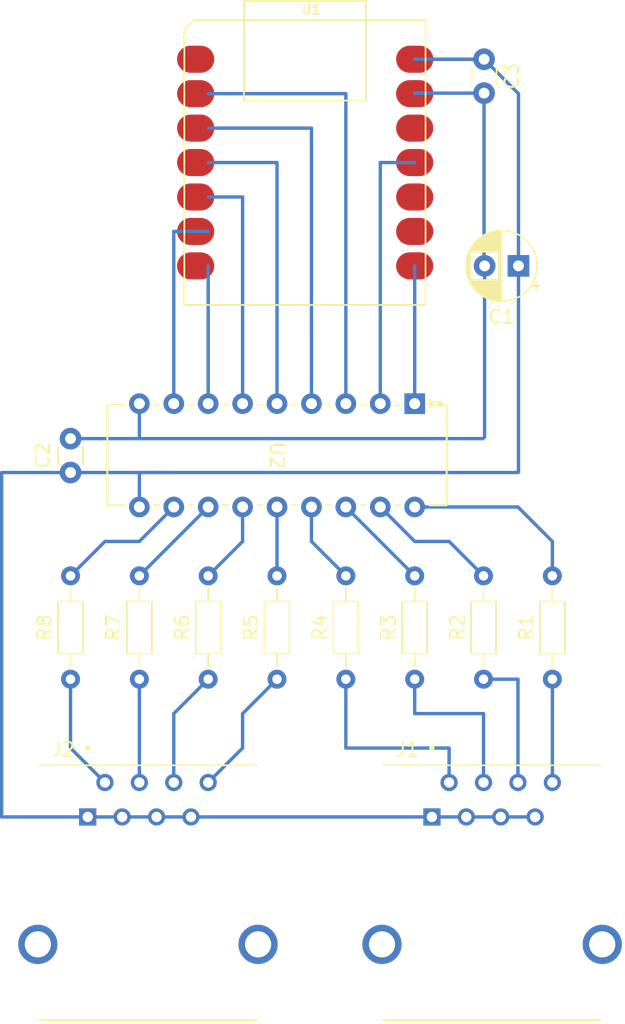
<source format=kicad_pcb>
(kicad_pcb (version 20221018) (generator pcbnew)
  (layers (0 "F.Cu" signal) (31 "B.Cu" signal) (44 "Edge.Cuts" user))
  (net 0 "")
  (net 1 "+5V")
  (net 2 "GND")
  (net 3 "Net-(U2-O4)")
  (net 4 "Net-(J1-Pad2)")
  (net 5 "Net-(U2-O3)")
  (net 6 "Net-(J1-Pad4)")
  (net 7 "Net-(U2-O2)")
  (net 8 "Net-(J1-Pad6)")
  (net 9 "Net-(U2-O1)")
  (net 10 "Net-(J1-Pad8)")
  (net 11 "Net-(U2-O8)")
  (net 12 "Net-(J2-Pad2)")
  (net 13 "Net-(U2-O7)")
  (net 14 "Net-(J2-Pad4)")
  (net 15 "Net-(U2-O6)")
  (net 16 "Net-(J2-Pad6)")
  (net 17 "Net-(U2-O5)")
  (net 18 "Net-(J2-Pad8)")
  (net 19 "Net-(U1-PB08_A6_D6_TX)")
  (net 20 "Net-(U1-PA9_A5_D5_SCL)")
  (net 21 "Net-(U1-PA8_A4_D4_SDA)")
  (net 22 "Net-(U1-PA11_A3_D3)")
  (net 23 "Net-(U1-PA10_A2_D2)")
  (net 24 "Net-(U1-PA4_A1_D1)")
  (net 26 "Net-(U1-PB09_A7_D7_RX)")
  (net 29 "Net-(U1-PA6_A10_D10_MOSI)")
  (footprint "Resistor_THT:R_Axial_DIN0204_L3.6mm_D1.6mm_P7.62mm_Horizontal" (layer "F.Cu") (at 106.68 134.62 90)
    (fp_text reference "R2" (at 3.81 -1.92 90) (layer "F.SilkS"))
    (fp_text value "R")
    (fp_line (start 0.94 0) (end 1.89 0) (stroke (width 0.12)) (layer "F.SilkS"))
    (fp_line (start 1.89 -0.92) (end 1.89 0.92) (stroke (width 0.12)) (layer "F.SilkS"))
    (fp_line (start 1.89 0.92) (end 5.73 0.92) (stroke (width 0.12)) (layer "F.SilkS"))
    (fp_line (start 5.73 -0.92) (end 1.89 -0.92) (stroke (width 0.12)) (layer "F.SilkS"))
    (fp_line (start 5.73 0.92) (end 5.73 -0.92) (stroke (width 0.12)) (layer "F.SilkS"))
    (fp_line (start 6.68 0) (end 5.73 0) (stroke (width 0.12)) (layer "F.SilkS"))
    (pad "1" thru_hole circle (at 0 0 90) (size 1.4 1.4) (drill 0.7) (layers "*.Cu" "*.Mask") (net 8 "Net-(J1-Pad6)"))
    (pad "2" thru_hole oval (at 7.62 0 90) (size 1.4 1.4) (drill 0.7) (layers "*.Cu" "*.Mask") (net 7 "Net-(U2-O2)"))
  )
  (footprint "Capacitor_THT:C_Disc_D3.0mm_W1.6mm_P2.50mm" (layer "F.Cu") (at 76.2 119.38 90)
    (fp_text reference "C2" (at 1.25 -2.05 90) (layer "F.SilkS"))
    (fp_text value "C")
    (fp_line (start 0.621 -0.92) (end 1.879 -0.92) (stroke (width 0.12)) (layer "F.SilkS"))
    (fp_line (start 0.621 0.92) (end 1.879 0.92) (stroke (width 0.12)) (layer "F.SilkS"))
    (pad "1" thru_hole circle (at 0 0 90) (size 1.6 1.6) (drill 0.8) (layers "*.Cu" "*.Mask") (net 1 "+5V"))
    (pad "2" thru_hole circle (at 2.5 0 90) (size 1.6 1.6) (drill 0.8) (layers "*.Cu" "*.Mask") (net 2 "GND"))
  )
  (footprint "nvnlibs:TE_RJ45-8N3-B" (layer "F.Cu") (at 107.315 144.78)
    (fp_text reference "J1" (at -6.2596 -4.97867) (layer "F.SilkS") (effects (font (size 1.00074 1.00074))))
    (fp_text value "RJ45")
    (fp_line (start -8 14.99) (end 8 14.99) (stroke (width 0.127)) (layer "F.SilkS"))
    (fp_line (start 8 -3.81) (end -8 -3.81) (stroke (width 0.127)) (layer "F.SilkS"))
    (fp_circle (center -4.445 -5.08) (end -4.345 -5.08) (stroke (width 0.2)) (fill none) (layer "F.SilkS"))
    (pad "" np_thru_hole circle (at -5.715 6.35) (size 3.2512 3.2512) (drill 3.2512) (layers "*.Cu" "*.Mask"))
    (pad "" np_thru_hole circle (at 5.715 6.35) (size 3.2512 3.2512) (drill 3.2512) (layers "*.Cu" "*.Mask"))
    (pad "1" thru_hole rect (at -4.445 0) (size 1.27 1.27) (drill 0.762) (layers "*.Cu" "*.Mask") (net 1 "+5V"))
    (pad "2" thru_hole circle (at -3.175 -2.54) (size 1.27 1.27) (drill 0.762) (layers "*.Cu" "*.Mask") (net 4 "Net-(J1-Pad2)"))
    (pad "3" thru_hole circle (at -1.905 0) (size 1.27 1.27) (drill 0.762) (layers "*.Cu" "*.Mask") (net 1 "+5V"))
    (pad "4" thru_hole circle (at -0.635 -2.54) (size 1.27 1.27) (drill 0.762) (layers "*.Cu" "*.Mask") (net 6 "Net-(J1-Pad4)"))
    (pad "5" thru_hole circle (at 0.635 0) (size 1.27 1.27) (drill 0.762) (layers "*.Cu" "*.Mask") (net 1 "+5V"))
    (pad "6" thru_hole circle (at 1.905 -2.54) (size 1.268 1.268) (drill 0.76) (layers "*.Cu" "*.Mask") (net 8 "Net-(J1-Pad6)"))
    (pad "7" thru_hole circle (at 3.175 0) (size 1.27 1.27) (drill 0.762) (layers "*.Cu" "*.Mask") (net 1 "+5V"))
    (pad "8" thru_hole circle (at 4.445 -2.54) (size 1.27 1.27) (drill 0.762) (layers "*.Cu" "*.Mask") (net 10 "Net-(J1-Pad8)"))
    (pad "9" thru_hole circle (at -8.128 9.398) (size 2.8956 2.8956) (drill 1.9304) (layers "*.Cu" "*.Mask"))
    (pad "10" thru_hole circle (at 8.128 9.398) (size 2.8956 2.8956) (drill 1.9304) (layers "*.Cu" "*.Mask"))
  )
  (footprint "Resistor_THT:R_Axial_DIN0204_L3.6mm_D1.6mm_P7.62mm_Horizontal" (layer "F.Cu") (at 81.28 134.62 90)
    (fp_text reference "R7" (at 3.81 -1.92 90) (layer "F.SilkS"))
    (fp_text value "R")
    (fp_line (start 0.94 0) (end 1.89 0) (stroke (width 0.12)) (layer "F.SilkS"))
    (fp_line (start 1.89 -0.92) (end 1.89 0.92) (stroke (width 0.12)) (layer "F.SilkS"))
    (fp_line (start 1.89 0.92) (end 5.73 0.92) (stroke (width 0.12)) (layer "F.SilkS"))
    (fp_line (start 5.73 -0.92) (end 1.89 -0.92) (stroke (width 0.12)) (layer "F.SilkS"))
    (fp_line (start 5.73 0.92) (end 5.73 -0.92) (stroke (width 0.12)) (layer "F.SilkS"))
    (fp_line (start 6.68 0) (end 5.73 0) (stroke (width 0.12)) (layer "F.SilkS"))
    (pad "1" thru_hole circle (at 0 0 90) (size 1.4 1.4) (drill 0.7) (layers "*.Cu" "*.Mask") (net 14 "Net-(J2-Pad4)"))
    (pad "2" thru_hole oval (at 7.62 0 90) (size 1.4 1.4) (drill 0.7) (layers "*.Cu" "*.Mask") (net 13 "Net-(U2-O7)"))
  )
  (footprint "Resistor_THT:R_Axial_DIN0204_L3.6mm_D1.6mm_P7.62mm_Horizontal" (layer "F.Cu") (at 86.36 134.62 90)
    (fp_text reference "R6" (at 3.81 -1.92 90) (layer "F.SilkS"))
    (fp_text value "R")
    (fp_line (start 0.94 0) (end 1.89 0) (stroke (width 0.12)) (layer "F.SilkS"))
    (fp_line (start 1.89 -0.92) (end 1.89 0.92) (stroke (width 0.12)) (layer "F.SilkS"))
    (fp_line (start 1.89 0.92) (end 5.73 0.92) (stroke (width 0.12)) (layer "F.SilkS"))
    (fp_line (start 5.73 -0.92) (end 1.89 -0.92) (stroke (width 0.12)) (layer "F.SilkS"))
    (fp_line (start 5.73 0.92) (end 5.73 -0.92) (stroke (width 0.12)) (layer "F.SilkS"))
    (fp_line (start 6.68 0) (end 5.73 0) (stroke (width 0.12)) (layer "F.SilkS"))
    (pad "1" thru_hole circle (at 0 0 90) (size 1.4 1.4) (drill 0.7) (layers "*.Cu" "*.Mask") (net 16 "Net-(J2-Pad6)"))
    (pad "2" thru_hole oval (at 7.62 0 90) (size 1.4 1.4) (drill 0.7) (layers "*.Cu" "*.Mask") (net 15 "Net-(U2-O6)"))
  )
  (footprint "xiao:MOUDLE14P-SMD-2.54-21X17.8MM" (layer "F.Cu") (at 84.6 107.02)
    (fp_text reference "U1" (at 9.3345 -21.7805) (layer "F.SilkS") (effects (font (size 0.7 0.7))))
    (fp_text value "MOUDLE-SEEEDUINO-XIAO-ESP32C3")
    (fp_line (start 0 -20.3285) (end 0 0) (stroke (width 0.127)) (layer "F.SilkS"))
    (fp_line (start 0 0) (end 17.8 0) (stroke (width 0.127)) (layer "F.SilkS"))
    (fp_line (start 0.671541 -21) (end 0 -20.3285) (stroke (width 0.127)) (layer "F.SilkS"))
    (fp_line (start 4.396 -15.072) (end 4.396 -22.425) (stroke (width 0.127)) (layer "F.SilkS"))
    (fp_line (start 4.4 -22.424) (end 13.395 -22.424) (stroke (width 0.127)) (layer "F.SilkS"))
    (fp_line (start 13.395 -22.424) (end 13.395 -15.072) (stroke (width 0.127)) (layer "F.SilkS"))
    (fp_line (start 13.395 -15.072) (end 4.396 -15.072) (stroke (width 0.127)) (layer "F.SilkS"))
    (fp_line (start 17.8 -21) (end 0.671541 -21) (stroke (width 0.127)) (layer "F.SilkS"))
    (fp_line (start 17.8 0) (end 17.8 -21) (stroke (width 0.127)) (layer "F.SilkS"))
    (pad "1" smd roundrect (at 0.835 -18.12) (size 2.75 2) (layers "F.Cu" "F.Paste" "F.Mask") (roundrect_rratio 0.5))
    (pad "2" smd roundrect (at 0.835 -15.58) (size 2.75 2) (layers "F.Cu" "F.Paste" "F.Mask") (roundrect_rratio 0.5) (net 24 "Net-(U1-PA4_A1_D1)"))
    (pad "3" smd roundrect (at 0.835 -13.04) (size 2.75 2) (layers "F.Cu" "F.Paste" "F.Mask") (roundrect_rratio 0.5) (net 23 "Net-(U1-PA10_A2_D2)"))
    (pad "4" smd roundrect (at 0.835 -10.5) (size 2.75 2) (layers "F.Cu" "F.Paste" "F.Mask") (roundrect_rratio 0.5) (net 22 "Net-(U1-PA11_A3_D3)"))
    (pad "5" smd roundrect (at 0.835 -7.96) (size 2.75 2) (layers "F.Cu" "F.Paste" "F.Mask") (roundrect_rratio 0.5) (net 21 "Net-(U1-PA8_A4_D4_SDA)"))
    (pad "6" smd roundrect (at 0.835 -5.42) (size 2.75 2) (layers "F.Cu" "F.Paste" "F.Mask") (roundrect_rratio 0.5) (net 20 "Net-(U1-PA9_A5_D5_SCL)"))
    (pad "7" smd roundrect (at 0.835 -2.88) (size 2.75 2) (layers "F.Cu" "F.Paste" "F.Mask") (roundrect_rratio 0.5) (net 19 "Net-(U1-PB08_A6_D6_TX)"))
    (pad "8" smd roundrect (at 17 -2.88) (size 2.75 2) (layers "F.Cu" "F.Paste" "F.Mask") (roundrect_rratio 0.5) (net 26 "Net-(U1-PB09_A7_D7_RX)"))
    (pad "9" smd roundrect (at 17 -5.42) (size 2.75 2) (layers "F.Cu" "F.Paste" "F.Mask") (roundrect_rratio 0.5))
    (pad "10" smd roundrect (at 17 -7.96) (size 2.75 2) (layers "F.Cu" "F.Paste" "F.Mask") (roundrect_rratio 0.5))
    (pad "11" smd roundrect (at 17 -10.5) (size 2.75 2) (layers "F.Cu" "F.Paste" "F.Mask") (roundrect_rratio 0.5) (net 29 "Net-(U1-PA6_A10_D10_MOSI)"))
    (pad "12" smd roundrect (at 17 -13.04) (size 2.75 2) (layers "F.Cu" "F.Paste" "F.Mask") (roundrect_rratio 0.5))
    (pad "13" smd roundrect (at 17 -15.58) (size 2.75 2) (layers "F.Cu" "F.Paste" "F.Mask") (roundrect_rratio 0.5) (net 2 "GND"))
    (pad "14" smd roundrect (at 17 -18.12) (size 2.75 2) (layers "F.Cu" "F.Paste" "F.Mask") (roundrect_rratio 0.5) (net 1 "+5V"))
  )
  (footprint "nvnlibs:TE_RJ45-8N3-B" (layer "F.Cu") (at 81.915 144.78)
    (fp_text reference "J2" (at -6.2596 -4.97867) (layer "F.SilkS") (effects (font (size 1.00074 1.00074))))
    (fp_text value "RJ45")
    (fp_line (start -8 14.99) (end 8 14.99) (stroke (width 0.127)) (layer "F.SilkS"))
    (fp_line (start 8 -3.81) (end -8 -3.81) (stroke (width 0.127)) (layer "F.SilkS"))
    (fp_circle (center -4.445 -5.08) (end -4.345 -5.08) (stroke (width 0.2)) (fill none) (layer "F.SilkS"))
    (pad "" np_thru_hole circle (at -5.715 6.35) (size 3.2512 3.2512) (drill 3.2512) (layers "*.Cu" "*.Mask"))
    (pad "" np_thru_hole circle (at 5.715 6.35) (size 3.2512 3.2512) (drill 3.2512) (layers "*.Cu" "*.Mask"))
    (pad "1" thru_hole rect (at -4.445 0) (size 1.27 1.27) (drill 0.762) (layers "*.Cu" "*.Mask") (net 1 "+5V"))
    (pad "2" thru_hole circle (at -3.175 -2.54) (size 1.27 1.27) (drill 0.762) (layers "*.Cu" "*.Mask") (net 12 "Net-(J2-Pad2)"))
    (pad "3" thru_hole circle (at -1.905 0) (size 1.27 1.27) (drill 0.762) (layers "*.Cu" "*.Mask") (net 1 "+5V"))
    (pad "4" thru_hole circle (at -0.635 -2.54) (size 1.27 1.27) (drill 0.762) (layers "*.Cu" "*.Mask") (net 14 "Net-(J2-Pad4)"))
    (pad "5" thru_hole circle (at 0.635 0) (size 1.27 1.27) (drill 0.762) (layers "*.Cu" "*.Mask") (net 1 "+5V"))
    (pad "6" thru_hole circle (at 1.905 -2.54) (size 1.268 1.268) (drill 0.76) (layers "*.Cu" "*.Mask") (net 16 "Net-(J2-Pad6)"))
    (pad "7" thru_hole circle (at 3.175 0) (size 1.27 1.27) (drill 0.762) (layers "*.Cu" "*.Mask") (net 1 "+5V"))
    (pad "8" thru_hole circle (at 4.445 -2.54) (size 1.27 1.27) (drill 0.762) (layers "*.Cu" "*.Mask") (net 18 "Net-(J2-Pad8)"))
    (pad "9" thru_hole circle (at -8.128 9.398) (size 2.8956 2.8956) (drill 1.9304) (layers "*.Cu" "*.Mask"))
    (pad "10" thru_hole circle (at 8.128 9.398) (size 2.8956 2.8956) (drill 1.9304) (layers "*.Cu" "*.Mask"))
  )
  (footprint "Resistor_THT:R_Axial_DIN0204_L3.6mm_D1.6mm_P7.62mm_Horizontal" (layer "F.Cu") (at 111.76 134.62 90)
    (fp_text reference "R1" (at 3.81 -1.92 90) (layer "F.SilkS"))
    (fp_text value "R")
    (fp_line (start 0.94 0) (end 1.89 0) (stroke (width 0.12)) (layer "F.SilkS"))
    (fp_line (start 1.89 -0.92) (end 1.89 0.92) (stroke (width 0.12)) (layer "F.SilkS"))
    (fp_line (start 1.89 0.92) (end 5.73 0.92) (stroke (width 0.12)) (layer "F.SilkS"))
    (fp_line (start 5.73 -0.92) (end 1.89 -0.92) (stroke (width 0.12)) (layer "F.SilkS"))
    (fp_line (start 5.73 0.92) (end 5.73 -0.92) (stroke (width 0.12)) (layer "F.SilkS"))
    (fp_line (start 6.68 0) (end 5.73 0) (stroke (width 0.12)) (layer "F.SilkS"))
    (pad "1" thru_hole circle (at 0 0 90) (size 1.4 1.4) (drill 0.7) (layers "*.Cu" "*.Mask") (net 10 "Net-(J1-Pad8)"))
    (pad "2" thru_hole oval (at 7.62 0 90) (size 1.4 1.4) (drill 0.7) (layers "*.Cu" "*.Mask") (net 9 "Net-(U2-O1)"))
  )
  (footprint "Resistor_THT:R_Axial_DIN0204_L3.6mm_D1.6mm_P7.62mm_Horizontal" (layer "F.Cu") (at 101.6 134.62 90)
    (fp_text reference "R3" (at 3.81 -1.92 90) (layer "F.SilkS"))
    (fp_text value "R")
    (fp_line (start 0.94 0) (end 1.89 0) (stroke (width 0.12)) (layer "F.SilkS"))
    (fp_line (start 1.89 -0.92) (end 1.89 0.92) (stroke (width 0.12)) (layer "F.SilkS"))
    (fp_line (start 1.89 0.92) (end 5.73 0.92) (stroke (width 0.12)) (layer "F.SilkS"))
    (fp_line (start 5.73 -0.92) (end 1.89 -0.92) (stroke (width 0.12)) (layer "F.SilkS"))
    (fp_line (start 5.73 0.92) (end 5.73 -0.92) (stroke (width 0.12)) (layer "F.SilkS"))
    (fp_line (start 6.68 0) (end 5.73 0) (stroke (width 0.12)) (layer "F.SilkS"))
    (pad "1" thru_hole circle (at 0 0 90) (size 1.4 1.4) (drill 0.7) (layers "*.Cu" "*.Mask") (net 6 "Net-(J1-Pad4)"))
    (pad "2" thru_hole oval (at 7.62 0 90) (size 1.4 1.4) (drill 0.7) (layers "*.Cu" "*.Mask") (net 5 "Net-(U2-O3)"))
  )
  (footprint "Resistor_THT:R_Axial_DIN0204_L3.6mm_D1.6mm_P7.62mm_Horizontal" (layer "F.Cu") (at 96.52 134.62 90)
    (fp_text reference "R4" (at 3.81 -1.92 90) (layer "F.SilkS"))
    (fp_text value "R")
    (fp_line (start 0.94 0) (end 1.89 0) (stroke (width 0.12)) (layer "F.SilkS"))
    (fp_line (start 1.89 -0.92) (end 1.89 0.92) (stroke (width 0.12)) (layer "F.SilkS"))
    (fp_line (start 1.89 0.92) (end 5.73 0.92) (stroke (width 0.12)) (layer "F.SilkS"))
    (fp_line (start 5.73 -0.92) (end 1.89 -0.92) (stroke (width 0.12)) (layer "F.SilkS"))
    (fp_line (start 5.73 0.92) (end 5.73 -0.92) (stroke (width 0.12)) (layer "F.SilkS"))
    (fp_line (start 6.68 0) (end 5.73 0) (stroke (width 0.12)) (layer "F.SilkS"))
    (pad "1" thru_hole circle (at 0 0 90) (size 1.4 1.4) (drill 0.7) (layers "*.Cu" "*.Mask") (net 4 "Net-(J1-Pad2)"))
    (pad "2" thru_hole oval (at 7.62 0 90) (size 1.4 1.4) (drill 0.7) (layers "*.Cu" "*.Mask") (net 3 "Net-(U2-O4)"))
  )
  (footprint "nvnlibs:DIP-18_STM" (layer "F.Cu") (at 101.6 114.3 -90)
    (fp_text reference "U2" (at 3.81 10.16 -90 unlocked) (layer "F.SilkS"))
    (fp_text value "ULN2803A")
    (fp_text user "*" (at 0 -1.524 90) (layer "F.SilkS"))
    (fp_text user "*" (at 0 -1.524 -90 unlocked) (layer "F.SilkS"))
    (fp_line (start 0.127 -2.3622) (end 0.127 -1.09474) (stroke (width 0.1524)) (layer "F.SilkS"))
    (fp_line (start 0.127 1.09474) (end 0.127 1.452652) (stroke (width 0.1524)) (layer "F.SilkS"))
    (fp_line (start 0.127 3.627348) (end 0.127 3.992652) (stroke (width 0.1524)) (layer "F.SilkS"))
    (fp_line (start 0.127 6.167348) (end 0.127 6.532652) (stroke (width 0.1524)) (layer "F.SilkS"))
    (fp_line (start 0.127 8.707348) (end 0.127 9.072652) (stroke (width 0.1524)) (layer "F.SilkS"))
    (fp_line (start 0.127 11.247348) (end 0.127 11.612652) (stroke (width 0.1524)) (layer "F.SilkS"))
    (fp_line (start 0.127 13.787348) (end 0.127 14.152652) (stroke (width 0.1524)) (layer "F.SilkS"))
    (fp_line (start 0.127 16.327348) (end 0.127 16.692652) (stroke (width 0.1524)) (layer "F.SilkS"))
    (fp_line (start 0.127 18.867348) (end 0.127 19.232652) (stroke (width 0.1524)) (layer "F.SilkS"))
    (fp_line (start 0.127 21.407348) (end 0.127 22.6822) (stroke (width 0.1524)) (layer "F.SilkS"))
    (fp_line (start 0.127 22.6822) (end 7.493 22.6822) (stroke (width 0.1524)) (layer "F.SilkS"))
    (fp_line (start 7.493 -2.3622) (end 0.127 -2.3622) (stroke (width 0.1524)) (layer "F.SilkS"))
    (fp_line (start 7.493 -1.087348) (end 7.493 -2.3622) (stroke (width 0.1524)) (layer "F.SilkS"))
    (fp_line (start 7.493 1.452652) (end 7.493 1.087348) (stroke (width 0.1524)) (layer "F.SilkS"))
    (fp_line (start 7.493 3.992652) (end 7.493 3.627348) (stroke (width 0.1524)) (layer "F.SilkS"))
    (fp_line (start 7.493 6.532652) (end 7.493 6.167348) (stroke (width 0.1524)) (layer "F.SilkS"))
    (fp_line (start 7.493 9.072652) (end 7.493 8.707348) (stroke (width 0.1524)) (layer "F.SilkS"))
    (fp_line (start 7.493 11.612652) (end 7.493 11.247348) (stroke (width 0.1524)) (layer "F.SilkS"))
    (fp_line (start 7.493 14.152652) (end 7.493 13.787348) (stroke (width 0.1524)) (layer "F.SilkS"))
    (fp_line (start 7.493 16.692652) (end 7.493 16.327348) (stroke (width 0.1524)) (layer "F.SilkS"))
    (fp_line (start 7.493 19.232652) (end 7.493 18.867348) (stroke (width 0.1524)) (layer "F.SilkS"))
    (fp_line (start 7.493 22.6822) (end 7.493 21.407348) (stroke (width 0.1524)) (layer "F.SilkS"))
    (pad "1" thru_hole rect (at 0 0 270) (size 1.524 1.524) (drill 0.8128) (layers "*.Cu" "*.Mask") (net 26 "Net-(U1-PB09_A7_D7_RX)"))
    (pad "2" thru_hole circle (at 0 2.54 270) (size 1.524 1.524) (drill 0.8128) (layers "*.Cu" "*.Mask") (net 29 "Net-(U1-PA6_A10_D10_MOSI)"))
    (pad "3" thru_hole circle (at 0 5.08 270) (size 1.524 1.524) (drill 0.8128) (layers "*.Cu" "*.Mask") (net 24 "Net-(U1-PA4_A1_D1)"))
    (pad "4" thru_hole circle (at 0 7.62 270) (size 1.524 1.524) (drill 0.8128) (layers "*.Cu" "*.Mask") (net 23 "Net-(U1-PA10_A2_D2)"))
    (pad "5" thru_hole circle (at 0 10.16 270) (size 1.524 1.524) (drill 0.8128) (layers "*.Cu" "*.Mask") (net 22 "Net-(U1-PA11_A3_D3)"))
    (pad "6" thru_hole circle (at 0 12.7 270) (size 1.524 1.524) (drill 0.8128) (layers "*.Cu" "*.Mask") (net 21 "Net-(U1-PA8_A4_D4_SDA)"))
    (pad "7" thru_hole circle (at 0 15.24 270) (size 1.524 1.524) (drill 0.8128) (layers "*.Cu" "*.Mask") (net 19 "Net-(U1-PB08_A6_D6_TX)"))
    (pad "8" thru_hole circle (at 0 17.78 270) (size 1.524 1.524) (drill 0.8128) (layers "*.Cu" "*.Mask") (net 20 "Net-(U1-PA9_A5_D5_SCL)"))
    (pad "9" thru_hole circle (at 0 20.32 270) (size 1.524 1.524) (drill 0.8128) (layers "*.Cu" "*.Mask") (net 2 "GND"))
    (pad "10" thru_hole circle (at 7.62 20.32 270) (size 1.524 1.524) (drill 0.8128) (layers "*.Cu" "*.Mask") (net 1 "+5V"))
    (pad "11" thru_hole circle (at 7.62 17.78 270) (size 1.524 1.524) (drill 0.8128) (layers "*.Cu" "*.Mask") (net 11 "Net-(U2-O8)"))
    (pad "12" thru_hole circle (at 7.62 15.24 270) (size 1.524 1.524) (drill 0.8128) (layers "*.Cu" "*.Mask") (net 13 "Net-(U2-O7)"))
    (pad "13" thru_hole circle (at 7.62 12.7 270) (size 1.524 1.524) (drill 0.8128) (layers "*.Cu" "*.Mask") (net 15 "Net-(U2-O6)"))
    (pad "14" thru_hole circle (at 7.62 10.16 270) (size 1.524 1.524) (drill 0.8128) (layers "*.Cu" "*.Mask") (net 17 "Net-(U2-O5)"))
    (pad "15" thru_hole circle (at 7.62 7.62 270) (size 1.524 1.524) (drill 0.8128) (layers "*.Cu" "*.Mask") (net 3 "Net-(U2-O4)"))
    (pad "16" thru_hole circle (at 7.62 5.08 270) (size 1.524 1.524) (drill 0.8128) (layers "*.Cu" "*.Mask") (net 5 "Net-(U2-O3)"))
    (pad "17" thru_hole circle (at 7.62 2.54 270) (size 1.524 1.524) (drill 0.8128) (layers "*.Cu" "*.Mask") (net 7 "Net-(U2-O2)"))
    (pad "18" thru_hole circle (at 7.62 0 270) (size 1.524 1.524) (drill 0.8128) (layers "*.Cu" "*.Mask") (net 9 "Net-(U2-O1)"))
  )
  (footprint "Capacitor_THT:CP_Radial_D5.0mm_P2.50mm" (layer "F.Cu") (at 109.26 104.14 180)
    (fp_text reference "C1" (at 1.25 -3.75) (layer "F.SilkS"))
    (fp_text value "C_Polarized")
    (fp_line (start -1.554775 -1.475) (end -1.054775 -1.475) (stroke (width 0.12)) (layer "F.SilkS"))
    (fp_line (start -1.304775 -1.725) (end -1.304775 -1.225) (stroke (width 0.12)) (layer "F.SilkS"))
    (fp_line (start 1.25 -2.58) (end 1.25 2.58) (stroke (width 0.12)) (layer "F.SilkS"))
    (fp_line (start 1.29 -2.58) (end 1.29 2.58) (stroke (width 0.12)) (layer "F.SilkS"))
    (fp_line (start 1.33 -2.579) (end 1.33 2.579) (stroke (width 0.12)) (layer "F.SilkS"))
    (fp_line (start 1.37 -2.578) (end 1.37 2.578) (stroke (width 0.12)) (layer "F.SilkS"))
    (fp_line (start 1.41 -2.576) (end 1.41 2.576) (stroke (width 0.12)) (layer "F.SilkS"))
    (fp_line (start 1.45 -2.573) (end 1.45 2.573) (stroke (width 0.12)) (layer "F.SilkS"))
    (fp_line (start 1.49 -2.569) (end 1.49 -1.04) (stroke (width 0.12)) (layer "F.SilkS"))
    (fp_line (start 1.49 1.04) (end 1.49 2.569) (stroke (width 0.12)) (layer "F.SilkS"))
    (fp_line (start 1.53 -2.565) (end 1.53 -1.04) (stroke (width 0.12)) (layer "F.SilkS"))
    (fp_line (start 1.53 1.04) (end 1.53 2.565) (stroke (width 0.12)) (layer "F.SilkS"))
    (fp_line (start 1.57 -2.561) (end 1.57 -1.04) (stroke (width 0.12)) (layer "F.SilkS"))
    (fp_line (start 1.57 1.04) (end 1.57 2.561) (stroke (width 0.12)) (layer "F.SilkS"))
    (fp_line (start 1.61 -2.556) (end 1.61 -1.04) (stroke (width 0.12)) (layer "F.SilkS"))
    (fp_line (start 1.61 1.04) (end 1.61 2.556) (stroke (width 0.12)) (layer "F.SilkS"))
    (fp_line (start 1.65 -2.55) (end 1.65 -1.04) (stroke (width 0.12)) (layer "F.SilkS"))
    (fp_line (start 1.65 1.04) (end 1.65 2.55) (stroke (width 0.12)) (layer "F.SilkS"))
    (fp_line (start 1.69 -2.543) (end 1.69 -1.04) (stroke (width 0.12)) (layer "F.SilkS"))
    (fp_line (start 1.69 1.04) (end 1.69 2.543) (stroke (width 0.12)) (layer "F.SilkS"))
    (fp_line (start 1.73 -2.536) (end 1.73 -1.04) (stroke (width 0.12)) (layer "F.SilkS"))
    (fp_line (start 1.73 1.04) (end 1.73 2.536) (stroke (width 0.12)) (layer "F.SilkS"))
    (fp_line (start 1.77 -2.528) (end 1.77 -1.04) (stroke (width 0.12)) (layer "F.SilkS"))
    (fp_line (start 1.77 1.04) (end 1.77 2.528) (stroke (width 0.12)) (layer "F.SilkS"))
    (fp_line (start 1.81 -2.52) (end 1.81 -1.04) (stroke (width 0.12)) (layer "F.SilkS"))
    (fp_line (start 1.81 1.04) (end 1.81 2.52) (stroke (width 0.12)) (layer "F.SilkS"))
    (fp_line (start 1.85 -2.511) (end 1.85 -1.04) (stroke (width 0.12)) (layer "F.SilkS"))
    (fp_line (start 1.85 1.04) (end 1.85 2.511) (stroke (width 0.12)) (layer "F.SilkS"))
    (fp_line (start 1.89 -2.501) (end 1.89 -1.04) (stroke (width 0.12)) (layer "F.SilkS"))
    (fp_line (start 1.89 1.04) (end 1.89 2.501) (stroke (width 0.12)) (layer "F.SilkS"))
    (fp_line (start 1.93 -2.491) (end 1.93 -1.04) (stroke (width 0.12)) (layer "F.SilkS"))
    (fp_line (start 1.93 1.04) (end 1.93 2.491) (stroke (width 0.12)) (layer "F.SilkS"))
    (fp_line (start 1.971 -2.48) (end 1.971 -1.04) (stroke (width 0.12)) (layer "F.SilkS"))
    (fp_line (start 1.971 1.04) (end 1.971 2.48) (stroke (width 0.12)) (layer "F.SilkS"))
    (fp_line (start 2.011 -2.468) (end 2.011 -1.04) (stroke (width 0.12)) (layer "F.SilkS"))
    (fp_line (start 2.011 1.04) (end 2.011 2.468) (stroke (width 0.12)) (layer "F.SilkS"))
    (fp_line (start 2.051 -2.455) (end 2.051 -1.04) (stroke (width 0.12)) (layer "F.SilkS"))
    (fp_line (start 2.051 1.04) (end 2.051 2.455) (stroke (width 0.12)) (layer "F.SilkS"))
    (fp_line (start 2.091 -2.442) (end 2.091 -1.04) (stroke (width 0.12)) (layer "F.SilkS"))
    (fp_line (start 2.091 1.04) (end 2.091 2.442) (stroke (width 0.12)) (layer "F.SilkS"))
    (fp_line (start 2.131 -2.428) (end 2.131 -1.04) (stroke (width 0.12)) (layer "F.SilkS"))
    (fp_line (start 2.131 1.04) (end 2.131 2.428) (stroke (width 0.12)) (layer "F.SilkS"))
    (fp_line (start 2.171 -2.414) (end 2.171 -1.04) (stroke (width 0.12)) (layer "F.SilkS"))
    (fp_line (start 2.171 1.04) (end 2.171 2.414) (stroke (width 0.12)) (layer "F.SilkS"))
    (fp_line (start 2.211 -2.398) (end 2.211 -1.04) (stroke (width 0.12)) (layer "F.SilkS"))
    (fp_line (start 2.211 1.04) (end 2.211 2.398) (stroke (width 0.12)) (layer "F.SilkS"))
    (fp_line (start 2.251 -2.382) (end 2.251 -1.04) (stroke (width 0.12)) (layer "F.SilkS"))
    (fp_line (start 2.251 1.04) (end 2.251 2.382) (stroke (width 0.12)) (layer "F.SilkS"))
    (fp_line (start 2.291 -2.365) (end 2.291 -1.04) (stroke (width 0.12)) (layer "F.SilkS"))
    (fp_line (start 2.291 1.04) (end 2.291 2.365) (stroke (width 0.12)) (layer "F.SilkS"))
    (fp_line (start 2.331 -2.348) (end 2.331 -1.04) (stroke (width 0.12)) (layer "F.SilkS"))
    (fp_line (start 2.331 1.04) (end 2.331 2.348) (stroke (width 0.12)) (layer "F.SilkS"))
    (fp_line (start 2.371 -2.329) (end 2.371 -1.04) (stroke (width 0.12)) (layer "F.SilkS"))
    (fp_line (start 2.371 1.04) (end 2.371 2.329) (stroke (width 0.12)) (layer "F.SilkS"))
    (fp_line (start 2.411 -2.31) (end 2.411 -1.04) (stroke (width 0.12)) (layer "F.SilkS"))
    (fp_line (start 2.411 1.04) (end 2.411 2.31) (stroke (width 0.12)) (layer "F.SilkS"))
    (fp_line (start 2.451 -2.29) (end 2.451 -1.04) (stroke (width 0.12)) (layer "F.SilkS"))
    (fp_line (start 2.451 1.04) (end 2.451 2.29) (stroke (width 0.12)) (layer "F.SilkS"))
    (fp_line (start 2.491 -2.268) (end 2.491 -1.04) (stroke (width 0.12)) (layer "F.SilkS"))
    (fp_line (start 2.491 1.04) (end 2.491 2.268) (stroke (width 0.12)) (layer "F.SilkS"))
    (fp_line (start 2.531 -2.247) (end 2.531 -1.04) (stroke (width 0.12)) (layer "F.SilkS"))
    (fp_line (start 2.531 1.04) (end 2.531 2.247) (stroke (width 0.12)) (layer "F.SilkS"))
    (fp_line (start 2.571 -2.224) (end 2.571 -1.04) (stroke (width 0.12)) (layer "F.SilkS"))
    (fp_line (start 2.571 1.04) (end 2.571 2.224) (stroke (width 0.12)) (layer "F.SilkS"))
    (fp_line (start 2.611 -2.2) (end 2.611 -1.04) (stroke (width 0.12)) (layer "F.SilkS"))
    (fp_line (start 2.611 1.04) (end 2.611 2.2) (stroke (width 0.12)) (layer "F.SilkS"))
    (fp_line (start 2.651 -2.175) (end 2.651 -1.04) (stroke (width 0.12)) (layer "F.SilkS"))
    (fp_line (start 2.651 1.04) (end 2.651 2.175) (stroke (width 0.12)) (layer "F.SilkS"))
    (fp_line (start 2.691 -2.149) (end 2.691 -1.04) (stroke (width 0.12)) (layer "F.SilkS"))
    (fp_line (start 2.691 1.04) (end 2.691 2.149) (stroke (width 0.12)) (layer "F.SilkS"))
    (fp_line (start 2.731 -2.122) (end 2.731 -1.04) (stroke (width 0.12)) (layer "F.SilkS"))
    (fp_line (start 2.731 1.04) (end 2.731 2.122) (stroke (width 0.12)) (layer "F.SilkS"))
    (fp_line (start 2.771 -2.095) (end 2.771 -1.04) (stroke (width 0.12)) (layer "F.SilkS"))
    (fp_line (start 2.771 1.04) (end 2.771 2.095) (stroke (width 0.12)) (layer "F.SilkS"))
    (fp_line (start 2.811 -2.065) (end 2.811 -1.04) (stroke (width 0.12)) (layer "F.SilkS"))
    (fp_line (start 2.811 1.04) (end 2.811 2.065) (stroke (width 0.12)) (layer "F.SilkS"))
    (fp_line (start 2.851 -2.035) (end 2.851 -1.04) (stroke (width 0.12)) (layer "F.SilkS"))
    (fp_line (start 2.851 1.04) (end 2.851 2.035) (stroke (width 0.12)) (layer "F.SilkS"))
    (fp_line (start 2.891 -2.004) (end 2.891 -1.04) (stroke (width 0.12)) (layer "F.SilkS"))
    (fp_line (start 2.891 1.04) (end 2.891 2.004) (stroke (width 0.12)) (layer "F.SilkS"))
    (fp_line (start 2.931 -1.971) (end 2.931 -1.04) (stroke (width 0.12)) (layer "F.SilkS"))
    (fp_line (start 2.931 1.04) (end 2.931 1.971) (stroke (width 0.12)) (layer "F.SilkS"))
    (fp_line (start 2.971 -1.937) (end 2.971 -1.04) (stroke (width 0.12)) (layer "F.SilkS"))
    (fp_line (start 2.971 1.04) (end 2.971 1.937) (stroke (width 0.12)) (layer "F.SilkS"))
    (fp_line (start 3.011 -1.901) (end 3.011 -1.04) (stroke (width 0.12)) (layer "F.SilkS"))
    (fp_line (start 3.011 1.04) (end 3.011 1.901) (stroke (width 0.12)) (layer "F.SilkS"))
    (fp_line (start 3.051 -1.864) (end 3.051 -1.04) (stroke (width 0.12)) (layer "F.SilkS"))
    (fp_line (start 3.051 1.04) (end 3.051 1.864) (stroke (width 0.12)) (layer "F.SilkS"))
    (fp_line (start 3.091 -1.826) (end 3.091 -1.04) (stroke (width 0.12)) (layer "F.SilkS"))
    (fp_line (start 3.091 1.04) (end 3.091 1.826) (stroke (width 0.12)) (layer "F.SilkS"))
    (fp_line (start 3.131 -1.785) (end 3.131 -1.04) (stroke (width 0.12)) (layer "F.SilkS"))
    (fp_line (start 3.131 1.04) (end 3.131 1.785) (stroke (width 0.12)) (layer "F.SilkS"))
    (fp_line (start 3.171 -1.743) (end 3.171 -1.04) (stroke (width 0.12)) (layer "F.SilkS"))
    (fp_line (start 3.171 1.04) (end 3.171 1.743) (stroke (width 0.12)) (layer "F.SilkS"))
    (fp_line (start 3.211 -1.699) (end 3.211 -1.04) (stroke (width 0.12)) (layer "F.SilkS"))
    (fp_line (start 3.211 1.04) (end 3.211 1.699) (stroke (width 0.12)) (layer "F.SilkS"))
    (fp_line (start 3.251 -1.653) (end 3.251 -1.04) (stroke (width 0.12)) (layer "F.SilkS"))
    (fp_line (start 3.251 1.04) (end 3.251 1.653) (stroke (width 0.12)) (layer "F.SilkS"))
    (fp_line (start 3.291 -1.605) (end 3.291 -1.04) (stroke (width 0.12)) (layer "F.SilkS"))
    (fp_line (start 3.291 1.04) (end 3.291 1.605) (stroke (width 0.12)) (layer "F.SilkS"))
    (fp_line (start 3.331 -1.554) (end 3.331 -1.04) (stroke (width 0.12)) (layer "F.SilkS"))
    (fp_line (start 3.331 1.04) (end 3.331 1.554) (stroke (width 0.12)) (layer "F.SilkS"))
    (fp_line (start 3.371 -1.5) (end 3.371 -1.04) (stroke (width 0.12)) (layer "F.SilkS"))
    (fp_line (start 3.371 1.04) (end 3.371 1.5) (stroke (width 0.12)) (layer "F.SilkS"))
    (fp_line (start 3.411 -1.443) (end 3.411 -1.04) (stroke (width 0.12)) (layer "F.SilkS"))
    (fp_line (start 3.411 1.04) (end 3.411 1.443) (stroke (width 0.12)) (layer "F.SilkS"))
    (fp_line (start 3.451 -1.383) (end 3.451 -1.04) (stroke (width 0.12)) (layer "F.SilkS"))
    (fp_line (start 3.451 1.04) (end 3.451 1.383) (stroke (width 0.12)) (layer "F.SilkS"))
    (fp_line (start 3.491 -1.319) (end 3.491 -1.04) (stroke (width 0.12)) (layer "F.SilkS"))
    (fp_line (start 3.491 1.04) (end 3.491 1.319) (stroke (width 0.12)) (layer "F.SilkS"))
    (fp_line (start 3.531 -1.251) (end 3.531 -1.04) (stroke (width 0.12)) (layer "F.SilkS"))
    (fp_line (start 3.531 1.04) (end 3.531 1.251) (stroke (width 0.12)) (layer "F.SilkS"))
    (fp_line (start 3.571 -1.178) (end 3.571 1.178) (stroke (width 0.12)) (layer "F.SilkS"))
    (fp_line (start 3.611 -1.098) (end 3.611 1.098) (stroke (width 0.12)) (layer "F.SilkS"))
    (fp_line (start 3.651 -1.011) (end 3.651 1.011) (stroke (width 0.12)) (layer "F.SilkS"))
    (fp_line (start 3.691 -0.915) (end 3.691 0.915) (stroke (width 0.12)) (layer "F.SilkS"))
    (fp_line (start 3.731 -0.805) (end 3.731 0.805) (stroke (width 0.12)) (layer "F.SilkS"))
    (fp_line (start 3.771 -0.677) (end 3.771 0.677) (stroke (width 0.12)) (layer "F.SilkS"))
    (fp_line (start 3.811 -0.518) (end 3.811 0.518) (stroke (width 0.12)) (layer "F.SilkS"))
    (fp_line (start 3.851 -0.284) (end 3.851 0.284) (stroke (width 0.12)) (layer "F.SilkS"))
    (fp_circle (center 1.25 0) (end 3.87 0) (stroke (width 0.12)) (fill none) (layer "F.SilkS"))
    (pad "1" thru_hole rect (at 0 0 180) (size 1.6 1.6) (drill 0.8) (layers "*.Cu" "*.Mask") (net 1 "+5V"))
    (pad "2" thru_hole circle (at 2.5 0 180) (size 1.6 1.6) (drill 0.8) (layers "*.Cu" "*.Mask") (net 2 "GND"))
  )
  (footprint "Resistor_THT:R_Axial_DIN0204_L3.6mm_D1.6mm_P7.62mm_Horizontal" (layer "F.Cu") (at 91.44 134.62 90)
    (fp_text reference "R5" (at 3.81 -1.92 90) (layer "F.SilkS"))
    (fp_text value "R")
    (fp_line (start 0.94 0) (end 1.89 0) (stroke (width 0.12)) (layer "F.SilkS"))
    (fp_line (start 1.89 -0.92) (end 1.89 0.92) (stroke (width 0.12)) (layer "F.SilkS"))
    (fp_line (start 1.89 0.92) (end 5.73 0.92) (stroke (width 0.12)) (layer "F.SilkS"))
    (fp_line (start 5.73 -0.92) (end 1.89 -0.92) (stroke (width 0.12)) (layer "F.SilkS"))
    (fp_line (start 5.73 0.92) (end 5.73 -0.92) (stroke (width 0.12)) (layer "F.SilkS"))
    (fp_line (start 6.68 0) (end 5.73 0) (stroke (width 0.12)) (layer "F.SilkS"))
    (pad "1" thru_hole circle (at 0 0 90) (size 1.4 1.4) (drill 0.7) (layers "*.Cu" "*.Mask") (net 18 "Net-(J2-Pad8)"))
    (pad "2" thru_hole oval (at 7.62 0 90) (size 1.4 1.4) (drill 0.7) (layers "*.Cu" "*.Mask") (net 17 "Net-(U2-O5)"))
  )
  (footprint "Resistor_THT:R_Axial_DIN0204_L3.6mm_D1.6mm_P7.62mm_Horizontal" (layer "F.Cu") (at 76.2 134.62 90)
    (fp_text reference "R8" (at 3.81 -1.92 90) (layer "F.SilkS"))
    (fp_text value "R")
    (fp_line (start 0.94 0) (end 1.89 0) (stroke (width 0.12)) (layer "F.SilkS"))
    (fp_line (start 1.89 -0.92) (end 1.89 0.92) (stroke (width 0.12)) (layer "F.SilkS"))
    (fp_line (start 1.89 0.92) (end 5.73 0.92) (stroke (width 0.12)) (layer "F.SilkS"))
    (fp_line (start 5.73 -0.92) (end 1.89 -0.92) (stroke (width 0.12)) (layer "F.SilkS"))
    (fp_line (start 5.73 0.92) (end 5.73 -0.92) (stroke (width 0.12)) (layer "F.SilkS"))
    (fp_line (start 6.68 0) (end 5.73 0) (stroke (width 0.12)) (layer "F.SilkS"))
    (pad "1" thru_hole circle (at 0 0 90) (size 1.4 1.4) (drill 0.7) (layers "*.Cu" "*.Mask") (net 12 "Net-(J2-Pad2)"))
    (pad "2" thru_hole oval (at 7.62 0 90) (size 1.4 1.4) (drill 0.7) (layers "*.Cu" "*.Mask") (net 11 "Net-(U2-O8)"))
  )
  (footprint "Capacitor_THT:C_Disc_D3.0mm_W1.6mm_P2.50mm" (layer "F.Cu") (at 106.72 88.9 -90)
    (fp_text reference "C3" (at 1.25 -2.05 90) (layer "F.SilkS"))
    (fp_text value "C")
    (fp_line (start 0.621 -0.92) (end 1.879 -0.92) (stroke (width 0.12)) (layer "F.SilkS"))
    (fp_line (start 0.621 0.92) (end 1.879 0.92) (stroke (width 0.12)) (layer "F.SilkS"))
    (pad "1" thru_hole circle (at 0 0 270) (size 1.6 1.6) (drill 0.8) (layers "*.Cu" "*.Mask") (net 1 "+5V"))
    (pad "2" thru_hole circle (at 2.5 0 270) (size 1.6 1.6) (drill 0.8) (layers "*.Cu" "*.Mask") (net 2 "GND"))
  )
  (segment (start 101.6 88.9) (end 106.72 88.9) (width 0.25) (layer "F.Cu") (net 1))
  (segment (start 109.26 104.14) (end 109.26 119.34) (width 0.25) (layer "B.Cu") (net 1))
  (segment (start 81.28 119.38) (end 83.82 119.38) (width 0.25) (layer "B.Cu") (net 1))
  (segment (start 80.01 144.78) (end 82.55 144.78) (width 0.25) (layer "B.Cu") (net 1))
  (segment (start 105.41 144.78) (end 107.95 144.78) (width 0.25) (layer "B.Cu") (net 1))
  (segment (start 109.26 104.14) (end 109.26 91.44) (width 0.25) (layer "B.Cu") (net 1))
  (segment (start 109.26 119.34) (end 109.22 119.38) (width 0.25) (layer "B.Cu") (net 1))
  (segment (start 82.55 144.78) (end 85.09 144.78) (width 0.25) (layer "B.Cu") (net 1))
  (segment (start 71.12 119.38) (end 76.2 119.38) (width 0.25) (layer "B.Cu") (net 1))
  (segment (start 109.26 91.44) (end 106.72 88.9) (width 0.25) (layer "B.Cu") (net 1))
  (segment (start 77.47 144.78) (end 71.12 144.78) (width 0.25) (layer "B.Cu") (net 1))
  (segment (start 71.12 144.78) (end 71.12 119.38) (width 0.25) (layer "B.Cu") (net 1))
  (segment (start 77.47 144.78) (end 80.01 144.78) (width 0.25) (layer "B.Cu") (net 1))
  (segment (start 81.28 121.92) (end 81.28 119.38) (width 0.25) (layer "B.Cu") (net 1))
  (segment (start 109.22 119.38) (end 76.2 119.38) (width 0.25) (layer "B.Cu") (net 1))
  (segment (start 102.87 144.78) (end 105.41 144.78) (width 0.25) (layer "B.Cu") (net 1))
  (segment (start 107.95 144.78) (end 110.49 144.78) (width 0.25) (layer "B.Cu") (net 1))
  (segment (start 85.09 144.78) (end 102.87 144.78) (width 0.25) (layer "B.Cu") (net 1))
  (segment (start 106.72 88.9) (end 101.6 88.9) (width 0.25) (layer "B.Cu") (net 1))
  (segment (start 106.64 116.88) (end 81.28 116.88) (width 0.25) (layer "B.Cu") (net 2))
  (segment (start 106.72 91.4) (end 106.72 104.1) (width 0.25) (layer "B.Cu") (net 2))
  (segment (start 101.64 91.4) (end 101.6 91.44) (width 0.25) (layer "B.Cu") (net 2))
  (segment (start 106.76 116.76) (end 106.64 116.88) (width 0.25) (layer "B.Cu") (net 2))
  (segment (start 106.76 104.14) (end 106.76 116.76) (width 0.25) (layer "B.Cu") (net 2))
  (segment (start 81.28 116.88) (end 76.2 116.88) (width 0.25) (layer "B.Cu") (net 2))
  (segment (start 106.72 104.1) (end 106.76 104.14) (width 0.25) (layer "B.Cu") (net 2))
  (segment (start 106.72 91.4) (end 101.64 91.4) (width 0.25) (layer "B.Cu") (net 2))
  (segment (start 81.28 114.3) (end 81.28 116.88) (width 0.25) (layer "B.Cu") (net 2))
  (segment (start 93.98 124.46) (end 96.52 127) (width 0.25) (layer "B.Cu") (net 3))
  (segment (start 93.98 121.92) (end 93.98 124.46) (width 0.25) (layer "B.Cu") (net 3))
  (segment (start 104.14 139.7) (end 104.14 142.24) (width 0.25) (layer "B.Cu") (net 4))
  (segment (start 96.52 134.62) (end 96.52 139.7) (width 0.25) (layer "B.Cu") (net 4))
  (segment (start 96.52 139.7) (end 104.14 139.7) (width 0.25) (layer "B.Cu") (net 4))
  (segment (start 96.52 121.92) (end 101.6 127) (width 0.25) (layer "B.Cu") (net 5))
  (segment (start 106.68 137.16) (end 106.68 142.24) (width 0.25) (layer "B.Cu") (net 6))
  (segment (start 101.6 134.62) (end 101.6 137.16) (width 0.25) (layer "B.Cu") (net 6))
  (segment (start 101.6 137.16) (end 106.68 137.16) (width 0.25) (layer "B.Cu") (net 6))
  (segment (start 104.14 124.46) (end 106.68 127) (width 0.25) (layer "B.Cu") (net 7))
  (segment (start 99.06 121.92) (end 101.6 124.46) (width 0.25) (layer "B.Cu") (net 7))
  (segment (start 101.6 124.46) (end 104.14 124.46) (width 0.25) (layer "B.Cu") (net 7))
  (segment (start 109.22 134.62) (end 109.22 142.24) (width 0.25) (layer "B.Cu") (net 8))
  (segment (start 106.68 134.62) (end 109.22 134.62) (width 0.25) (layer "B.Cu") (net 8))
  (segment (start 101.6 121.92) (end 109.22 121.92) (width 0.25) (layer "B.Cu") (net 9))
  (segment (start 111.76 124.46) (end 111.76 127) (width 0.25) (layer "B.Cu") (net 9))
  (segment (start 109.22 121.92) (end 111.76 124.46) (width 0.25) (layer "B.Cu") (net 9))
  (segment (start 111.76 134.62) (end 111.76 142.24) (width 0.25) (layer "B.Cu") (net 10))
  (segment (start 83.82 121.92) (end 81.28 124.46) (width 0.25) (layer "B.Cu") (net 11))
  (segment (start 78.74 124.46) (end 76.2 127) (width 0.25) (layer "B.Cu") (net 11))
  (segment (start 81.28 124.46) (end 78.74 124.46) (width 0.25) (layer "B.Cu") (net 11))
  (segment (start 76.2 134.62) (end 76.2 139.7) (width 0.25) (layer "B.Cu") (net 12))
  (segment (start 76.2 139.7) (end 78.74 142.24) (width 0.25) (layer "B.Cu") (net 12))
  (segment (start 86.36 121.92) (end 81.28 127) (width 0.25) (layer "B.Cu") (net 13))
  (segment (start 81.28 134.62) (end 81.28 142.24) (width 0.25) (layer "B.Cu") (net 14))
  (segment (start 88.9 124.46) (end 86.36 127) (width 0.25) (layer "B.Cu") (net 15))
  (segment (start 88.9 121.92) (end 88.9 124.46) (width 0.25) (layer "B.Cu") (net 15))
  (segment (start 83.82 137.16) (end 83.82 142.24) (width 0.25) (layer "B.Cu") (net 16))
  (segment (start 86.36 134.62) (end 83.82 137.16) (width 0.25) (layer "B.Cu") (net 16))
  (segment (start 91.44 121.92) (end 91.44 127) (width 0.25) (layer "B.Cu") (net 17))
  (segment (start 88.9 139.7) (end 86.36 142.24) (width 0.25) (layer "B.Cu") (net 18))
  (segment (start 91.44 134.62) (end 88.9 137.16) (width 0.25) (layer "B.Cu") (net 18))
  (segment (start 88.9 137.16) (end 88.9 139.7) (width 0.25) (layer "B.Cu") (net 18))
  (segment (start 86.36 114.3) (end 86.36 104.14) (width 0.25) (layer "B.Cu") (net 19))
  (segment (start 83.82 101.6) (end 86.36 101.6) (width 0.25) (layer "B.Cu") (net 20))
  (segment (start 83.82 114.3) (end 83.82 101.6) (width 0.25) (layer "B.Cu") (net 20))
  (segment (start 88.9 99.06) (end 86.36 99.06) (width 0.25) (layer "B.Cu") (net 21))
  (segment (start 88.9 114.3) (end 88.9 99.06) (width 0.25) (layer "B.Cu") (net 21))
  (segment (start 91.44 114.3) (end 91.44 96.52) (width 0.25) (layer "B.Cu") (net 22))
  (segment (start 91.44 96.52) (end 86.36 96.52) (width 0.25) (layer "B.Cu") (net 22))
  (segment (start 93.98 114.3) (end 93.98 93.98) (width 0.25) (layer "B.Cu") (net 23))
  (segment (start 93.98 93.98) (end 86.36 93.98) (width 0.25) (layer "B.Cu") (net 23))
  (segment (start 96.52 114.3) (end 96.52 91.44) (width 0.25) (layer "B.Cu") (net 24))
  (segment (start 96.52 91.44) (end 86.36 91.44) (width 0.25) (layer "B.Cu") (net 24))
  (segment (start 101.6 104.14) (end 101.6 114.3) (width 0.25) (layer "B.Cu") (net 26))
  (segment (start 99.06 114.3) (end 99.06 96.52) (width 0.25) (layer "B.Cu") (net 29))
  (segment (start 99.06 96.52) (end 101.6 96.52) (width 0.25) (layer "B.Cu") (net 29))
)
</source>
